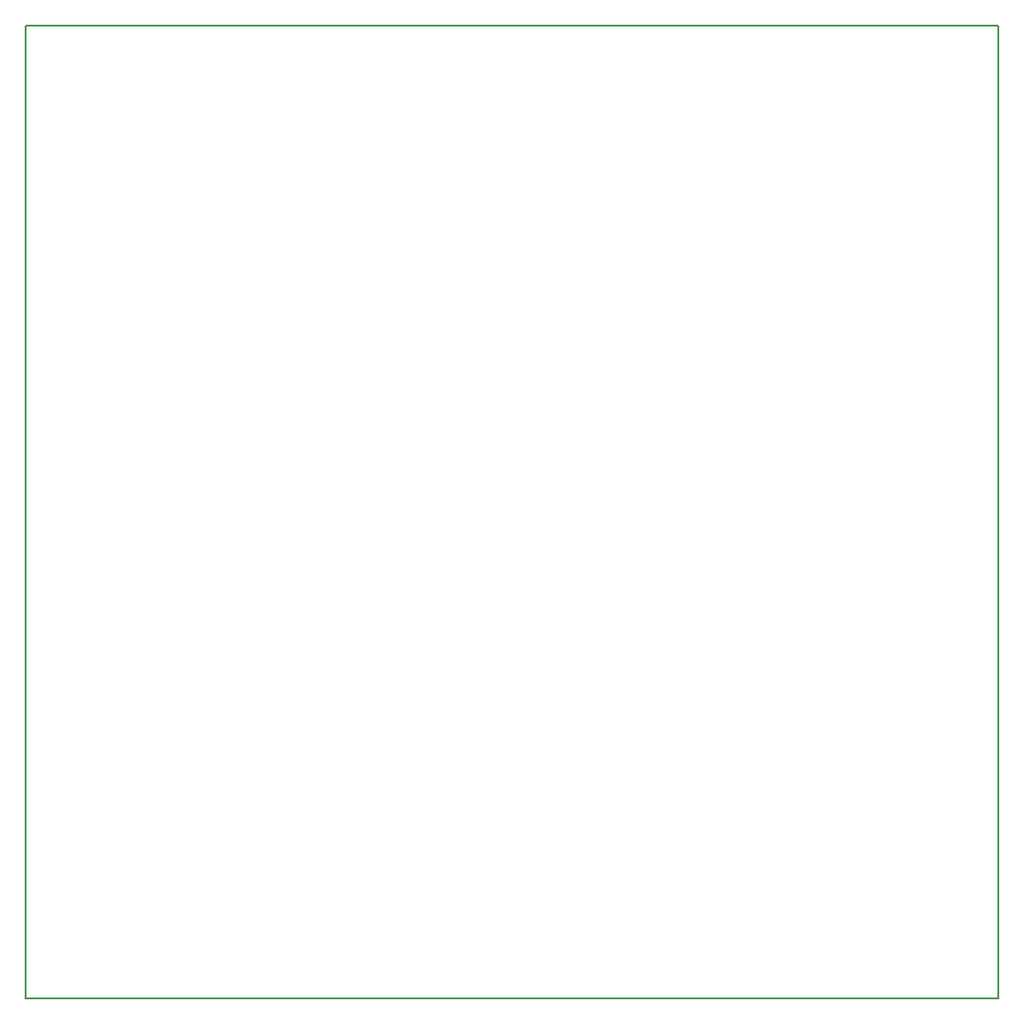
<source format=gbr>
G04 (created by PCBNEW (2013-07-07 BZR 4022)-stable) date 3/17/2015 10:38:49 AM*
%MOIN*%
G04 Gerber Fmt 3.4, Leading zero omitted, Abs format*
%FSLAX34Y34*%
G01*
G70*
G90*
G04 APERTURE LIST*
%ADD10C,0.00590551*%
%ADD11C,0.00787402*%
G04 APERTURE END LIST*
G54D10*
G54D11*
X43320Y-26540D02*
X78740Y-26540D01*
X43320Y-61980D02*
X43320Y-26546D01*
X78740Y-61980D02*
X78740Y-26546D01*
X78740Y-61980D02*
X43307Y-61980D01*
M02*

</source>
